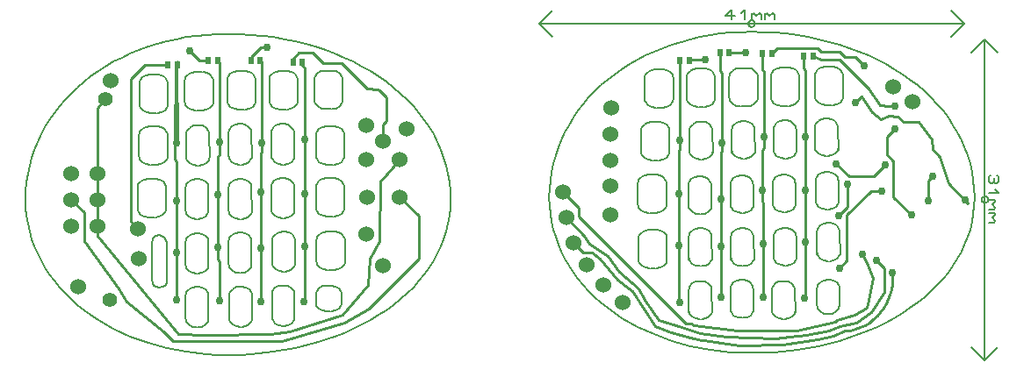
<source format=gbr>
G04 PROTEUS GERBER X2 FILE*
%TF.GenerationSoftware,Labcenter,Proteus,8.9-SP2-Build28501*%
%TF.CreationDate,2020-07-12T19:41:18+00:00*%
%TF.FileFunction,Copper,L2,Bot*%
%TF.FilePolarity,Positive*%
%TF.Part,Single*%
%TF.SameCoordinates,{dc61f2e1-3fbc-4622-b235-fc52ee95e5fb}*%
%FSLAX45Y45*%
%MOMM*%
G01*
%TA.AperFunction,Conductor*%
%ADD10C,0.254000*%
%TA.AperFunction,ViaPad*%
%ADD11C,0.762000*%
%TA.AperFunction,WasherPad*%
%ADD15C,1.397000*%
%TA.AperFunction,WasherPad*%
%ADD16C,1.524000*%
%TA.AperFunction,SMDPad,CuDef*%
%ADD70R,0.508000X0.762000*%
%TA.AperFunction,OtherPad,Unknown*%
%ADD17C,1.524000*%
%TA.AperFunction,Profile*%
%ADD18C,0.203200*%
%TA.AperFunction,NonMaterial*%
%ADD19C,0.203200*%
%TD.AperFunction*%
D10*
X-5856000Y-6000000D02*
X-5856000Y-5746000D01*
X-5856000Y-5746001D01*
X-5856001Y-5746000D01*
X-5856000Y-6000000D02*
X-5856000Y-6254000D01*
X-5856000Y-6253999D01*
X-5856000Y-5746000D02*
X-5856000Y-5110000D01*
X-5779000Y-5033000D01*
X-5095857Y-6511843D02*
X-5095857Y-6964143D01*
X-5095000Y-6965000D01*
X-5088560Y-5065136D02*
X-5088560Y-5453560D01*
X-5090000Y-5455000D01*
X-4693999Y-6460000D02*
X-4693999Y-6576348D01*
X-4677316Y-6593031D01*
X-4677316Y-6974657D01*
X-4680444Y-6977785D01*
X-4693999Y-5950000D02*
X-4693999Y-6460000D01*
X-4679116Y-5440000D02*
X-4679116Y-5567159D01*
X-4693999Y-5582042D01*
X-4693999Y-5950000D01*
X-4282819Y-6465000D02*
X-4282819Y-6568469D01*
X-4278124Y-6573164D01*
X-4278124Y-6986325D01*
X-4282819Y-5930000D02*
X-4282819Y-6465000D01*
X-4269062Y-5450000D02*
X-4269062Y-5540591D01*
X-4282819Y-5554348D01*
X-4282819Y-5930000D01*
X-3860000Y-6455000D02*
X-3860000Y-6976666D01*
X-3864964Y-6981630D01*
X-3860000Y-5945000D02*
X-3860000Y-6455000D01*
X-3860000Y-5420000D02*
X-3860000Y-5418193D01*
X-3860000Y-5420000D02*
X-3860000Y-5945000D01*
X-4695000Y-4660000D02*
X-4679116Y-4675884D01*
X-4679116Y-5440000D01*
X-3880000Y-4670000D02*
X-3880000Y-4708415D01*
X-3860000Y-4728415D01*
X-3860000Y-5418193D01*
X-4285000Y-4654000D02*
X-4270000Y-4669000D01*
X-4270000Y-4818100D01*
X-4269062Y-4819038D01*
X-4269062Y-5450000D01*
X-5088560Y-4685000D02*
X-5088560Y-4700000D01*
X-5086060Y-4702500D02*
X-5088560Y-4665000D01*
X-5086060Y-4702500D02*
X-5088560Y-4700000D01*
X-2940000Y-5975000D02*
X-2756504Y-6158496D01*
X-2756504Y-6570060D01*
X-3240537Y-7054093D01*
X-3480000Y-7190000D01*
X-4080975Y-7365000D01*
X-5130000Y-7365000D01*
X-5220000Y-7275000D01*
X-5575000Y-6985000D01*
X-5650000Y-6855000D01*
X-5985259Y-6399741D01*
X-5985259Y-6124741D01*
X-6110000Y-6000000D01*
X-3971440Y-4670000D02*
X-3971440Y-4636440D01*
X-3913304Y-4578304D01*
X-3783346Y-4578304D01*
X-3675841Y-4685809D01*
X-3499191Y-4685809D01*
X-3256397Y-4928603D01*
X-3155737Y-4938691D01*
X-3134339Y-4947280D01*
X-3068971Y-5012648D01*
X-3068971Y-5241434D01*
X-3100000Y-5272463D01*
X-3100000Y-5435000D01*
X-4376440Y-4654000D02*
X-4376440Y-4624985D01*
X-4281455Y-4530000D01*
X-4220000Y-4530000D01*
X-5095000Y-6015000D02*
X-5095000Y-6502476D01*
X-5104367Y-6511843D01*
X-5095857Y-6511843D01*
X-2945000Y-5610000D02*
X-3125000Y-5825000D01*
X-3137200Y-6402433D01*
X-3235000Y-6570000D01*
X-3250000Y-6825000D01*
X-3490000Y-7115000D01*
X-4005000Y-7275000D01*
X-4190000Y-7295000D01*
X-4815000Y-7310000D01*
X-5080000Y-7295000D01*
X-5856000Y-6347250D01*
X-5856000Y-6254000D01*
X-5180000Y-4700000D02*
X-5399175Y-4700000D01*
X-5537500Y-4838325D01*
X-5537500Y-6207500D01*
X-5462500Y-6282500D01*
X-4786440Y-4660000D02*
X-4875359Y-4660000D01*
X-4968508Y-4566851D01*
X-5097070Y-5065136D02*
X-5088560Y-5065136D01*
X-5095000Y-6015000D02*
X-5095000Y-5629554D01*
X-5107827Y-5616727D01*
X-5107827Y-5075893D01*
X-5097070Y-5065136D01*
X-5088560Y-5065136D02*
X-5090000Y-5063696D01*
X-5090000Y-4710000D01*
X-5090000Y-4706440D01*
X-5088560Y-4705000D01*
X-5086060Y-4702500D01*
X-5088560Y-4700000D02*
X-5088560Y-4705000D01*
X-5088560Y-4710000D01*
X-5088560Y-4700000D02*
X-5088560Y-4705000D01*
X-5088560Y-4710000D01*
X-5090000Y-4710000D01*
X-5105000Y-4710000D01*
X-5105000Y-5065136D01*
X-5097070Y-5065136D01*
X-250950Y-6440000D02*
X-250950Y-6441953D01*
X-250950Y-6987754D01*
X-242679Y-6996025D01*
X-250950Y-5940000D02*
X-250950Y-5942083D01*
X-250950Y-6440000D01*
X-240000Y-5425000D02*
X-240000Y-5426979D01*
X-240000Y-5513526D01*
X-250950Y-5524476D01*
X-250950Y-5940000D01*
X+156980Y-6450000D02*
X+156980Y-6943532D01*
X+156980Y-5995000D02*
X+156980Y-6450000D01*
X+143560Y-4580000D02*
X+143560Y-4754872D01*
X+160920Y-4772232D01*
X+160920Y-5450000D01*
X+160920Y-5534080D01*
X+156980Y-5538020D01*
X+156980Y-5995000D01*
X+563676Y-6425000D02*
X+563676Y-6936324D01*
X+560000Y-6940000D01*
X+555870Y-5910000D02*
X+555870Y-6023689D01*
X+563676Y-6031495D01*
X+563676Y-6425000D01*
X+557120Y-4589000D02*
X+557120Y-4746953D01*
X+570876Y-4760709D01*
X+570876Y-5395000D01*
X+570876Y-5502451D01*
X+555870Y-5517457D01*
X+555870Y-5910000D01*
X+970935Y-6405000D02*
X+970935Y-6937119D01*
X+959826Y-6948228D01*
X+970935Y-5910000D02*
X+970935Y-5911638D01*
X+970935Y-6405000D01*
X+970935Y-5395000D02*
X+970935Y-5393343D01*
X+953560Y-4615000D02*
X+953560Y-4736042D01*
X+970935Y-4753417D01*
X+970935Y-5393343D01*
X+970935Y-5395000D02*
X+970935Y-5910000D01*
X+1288892Y-6155000D02*
X+1375386Y-6068506D01*
X+1375386Y-5852093D01*
X-240000Y-4655000D02*
X-240000Y-5425000D01*
X+529Y-4648710D02*
X-131957Y-4648710D01*
X-139453Y-4641214D01*
X-148560Y-4655000D01*
X+388866Y-4578840D02*
X+236160Y-4578840D01*
X+235000Y-4580000D01*
X+1537712Y-4711568D02*
X+1449296Y-4623152D01*
X+1350680Y-4623152D01*
X+1296493Y-4568965D01*
X+1118965Y-4568965D01*
X+1087356Y-4537356D01*
X+700204Y-4537356D01*
X+648560Y-4589000D01*
X+1266313Y-5652210D02*
X+1391642Y-5777539D01*
X+1625590Y-5777539D01*
X+1742563Y-5660566D01*
X+1295000Y-6660000D02*
X+1370753Y-6584247D01*
X+1370753Y-6145170D01*
X+1600923Y-5915000D01*
X+1705000Y-5915000D01*
X+2156148Y-6011486D02*
X+2156148Y-5819315D01*
X+2197924Y-5777539D01*
X+1830293Y-5318000D02*
X+1755000Y-5393293D01*
X+1755000Y-5465000D01*
X+1755000Y-5565347D01*
X+1818742Y-5629089D01*
X+1818742Y-5974870D01*
X+1993220Y-6149348D01*
X+1995503Y-6149348D01*
X+1807005Y-6705785D02*
X+1807005Y-6759392D01*
X+1804425Y-6812485D01*
X+1796840Y-6863847D01*
X+1784485Y-6913244D01*
X+1767593Y-6960444D01*
X+1746398Y-7005211D01*
X+1721134Y-7047313D01*
X+1692035Y-7086514D01*
X+1659334Y-7122583D01*
X+1623266Y-7155283D01*
X+1584064Y-7184383D01*
X+1541962Y-7209647D01*
X+1497195Y-7230842D01*
X+1449995Y-7247734D01*
X+1400598Y-7260089D01*
X+1349236Y-7267674D01*
X+1240861Y-7314060D01*
X+1083665Y-7346858D01*
X+749402Y-7396845D01*
X+330000Y-7405000D01*
X-14144Y-7360151D01*
X-34396Y-7356577D01*
X-139834Y-7334378D01*
X-325000Y-7285000D01*
X-480573Y-7226051D01*
X-703041Y-6886907D01*
X-845000Y-6775000D01*
X-1010000Y-6570000D01*
X-1091555Y-6513231D01*
X-1176769Y-6513231D01*
X-1270000Y-6420000D01*
X+1655496Y-6589504D02*
X+1730035Y-6664043D01*
X+1730035Y-6886890D01*
X+1734562Y-6891418D01*
X+1601306Y-7087748D01*
X+1460000Y-7185000D01*
X+1300000Y-7220000D01*
X+1200269Y-7260934D01*
X+975000Y-7305000D01*
X+815000Y-7325000D01*
X+680102Y-7340870D01*
X+205431Y-7327246D01*
X-44181Y-7287159D01*
X-226198Y-7233803D01*
X-445000Y-7165000D01*
X-578836Y-6967133D01*
X-637602Y-6861447D01*
X-825000Y-6700000D01*
X-940000Y-6545000D01*
X-1110000Y-6430000D01*
X-1165000Y-6350000D01*
X-1335000Y-6170000D01*
X+1518785Y-6524556D02*
X+1565000Y-6615000D01*
X+1620000Y-6760000D01*
X+1580000Y-6970000D01*
X+1564278Y-7042280D01*
X+1446036Y-7111763D01*
X+1275000Y-7160000D01*
X+1253966Y-7183279D01*
X+885393Y-7262061D01*
X+710292Y-7268404D01*
X+314594Y-7265685D01*
X-110009Y-7212305D01*
X-129979Y-7192335D01*
X-184006Y-7192335D01*
X-1215098Y-6161243D01*
X-1215098Y-6079902D01*
X-1365000Y-5930000D01*
X+1452151Y-5061872D02*
X+1510854Y-5003169D01*
X+1610000Y-5160000D01*
X+1700000Y-5220000D01*
X+1770000Y-5190000D01*
X+1855000Y-5200000D01*
X+1920000Y-5245000D01*
X+2065000Y-5250000D01*
X+2185000Y-5415000D01*
X+2200000Y-5510000D01*
X+2260000Y-5590000D01*
X+2345266Y-5840807D01*
X+2537174Y-6032715D01*
X+2537174Y-6024974D01*
X+2512922Y-6000722D01*
X+1835000Y-5100000D02*
X+1770000Y-5100000D01*
X+1690000Y-5090000D01*
X+1582181Y-4930000D01*
X+1297181Y-4645000D01*
X+1121200Y-4645000D01*
X+1045000Y-4615000D01*
D11*
X-5095000Y-6015000D03*
X-5095857Y-6511843D03*
X-5095000Y-6965000D03*
X-5090000Y-5455000D03*
X-4680444Y-6977785D03*
X-4693999Y-6460000D03*
X-4693999Y-5950000D03*
X-4679116Y-5440000D03*
X-4278124Y-6986325D03*
X-4282819Y-6465000D03*
X-4282819Y-5930000D03*
X-3864964Y-6981630D03*
X-3860000Y-6455000D03*
X-3860000Y-5945000D03*
X-3860000Y-5418193D03*
X-4269062Y-5450000D03*
X-4220000Y-4530000D03*
X-4968508Y-4566851D03*
X-242679Y-6996025D03*
X-250950Y-6441953D03*
X-250950Y-5942083D03*
X-240000Y-5426979D03*
X+156980Y-6943532D03*
X+156980Y-6450000D03*
X+156980Y-5995000D03*
X+160920Y-5450000D03*
X+560000Y-6940000D03*
X+563676Y-6425000D03*
X+555870Y-5910000D03*
X+570876Y-5395000D03*
X+959826Y-6948228D03*
X+970935Y-6405000D03*
X+970935Y-5911638D03*
X+970935Y-5393343D03*
X+1288892Y-6155000D03*
X+1375386Y-5852093D03*
X+529Y-4648710D03*
X+388866Y-4578840D03*
X+1537712Y-4711568D03*
X+1266313Y-5652210D03*
X+1742563Y-5660566D03*
X+1295000Y-6660000D03*
X+1705000Y-5915000D03*
X+2156148Y-6011486D03*
X+2197924Y-5777539D03*
X+1830293Y-5318000D03*
X+1995503Y-6149348D03*
X+1807005Y-6705785D03*
X+1655496Y-6589504D03*
X+1518785Y-6524556D03*
X+1452151Y-5061872D03*
X+2512922Y-6000722D03*
X+1835000Y-5100000D03*
D15*
X-5735000Y-6970000D03*
X-5779000Y-5033000D03*
D16*
X-6110000Y-6254000D03*
X-5856000Y-6254000D03*
X-6110000Y-6000000D03*
X-5856000Y-6000000D03*
X-6110000Y-5746000D03*
X-5856000Y-5746000D03*
D70*
X-240000Y-4655000D03*
X-148560Y-4655000D03*
X+143560Y-4580000D03*
X+235000Y-4580000D03*
X+557120Y-4589000D03*
X+648560Y-4589000D03*
X+953560Y-4615000D03*
X+1045000Y-4615000D03*
X-5088560Y-4700000D03*
X-5180000Y-4700000D03*
X-4695000Y-4660000D03*
X-4786440Y-4660000D03*
X-4285000Y-4654000D03*
X-4376440Y-4654000D03*
X-3880000Y-4670000D03*
X-3971440Y-4670000D03*
D17*
X-3265000Y-5280000D03*
X-3265000Y-5615000D03*
X-3260000Y-5980000D03*
X-3265000Y-6335000D03*
X-5725000Y-4850000D03*
X-3105000Y-6640000D03*
X-2940000Y-5975000D03*
X-2945000Y-5610000D03*
X-6045000Y-6840000D03*
X+1815000Y-4910000D03*
X-910000Y-5365000D03*
X-910000Y-6150000D03*
X-1270000Y-6420000D03*
X-900000Y-5110000D03*
X-1365000Y-5930000D03*
X-1335000Y-6170000D03*
X-910000Y-5625000D03*
X-1140000Y-6630000D03*
X-2875000Y-5315000D03*
X-5462500Y-6282500D03*
X-3100000Y-5435000D03*
X-5455000Y-6570000D03*
X-790000Y-6990000D03*
X-910000Y-5870000D03*
X-980000Y-6820000D03*
X+2005000Y-5055000D03*
D18*
X-6550000Y-6000000D02*
X-6547519Y-5916226D01*
X-6540151Y-5833716D01*
X-6528008Y-5752560D01*
X-6511200Y-5672852D01*
X-6489840Y-5594681D01*
X-6464039Y-5518140D01*
X-6433909Y-5443320D01*
X-6399561Y-5370312D01*
X-6361107Y-5299210D01*
X-6318658Y-5230103D01*
X-6272326Y-5163083D01*
X-6222223Y-5098242D01*
X-6168460Y-5035672D01*
X-6111149Y-4975464D01*
X-6050401Y-4917709D01*
X-5986328Y-4862500D01*
X-5919042Y-4809927D01*
X-5848653Y-4760083D01*
X-5775275Y-4713058D01*
X-5699017Y-4668945D01*
X-5619993Y-4627835D01*
X-5538313Y-4589819D01*
X-5454089Y-4554990D01*
X-5367432Y-4523438D01*
X-5278454Y-4495255D01*
X-5187267Y-4470532D01*
X-5093983Y-4449362D01*
X-4998712Y-4431836D01*
X-4901567Y-4418045D01*
X-4802659Y-4408081D01*
X-4702099Y-4402036D01*
X-4600000Y-4400000D01*
X-4487429Y-4402036D01*
X-4376556Y-4408081D01*
X-4267503Y-4418045D01*
X-4160394Y-4431836D01*
X-4055352Y-4449362D01*
X-3952500Y-4470532D01*
X-3851961Y-4495255D01*
X-3753857Y-4523438D01*
X-3658313Y-4554990D01*
X-3565450Y-4589819D01*
X-3475393Y-4627835D01*
X-3388263Y-4668945D01*
X-3304184Y-4713058D01*
X-3223279Y-4760083D01*
X-3145672Y-4809927D01*
X-3071484Y-4862500D01*
X-3000840Y-4917709D01*
X-2933861Y-4975464D01*
X-2870672Y-5035672D01*
X-2811395Y-5098242D01*
X-2756153Y-5163083D01*
X-2705070Y-5230103D01*
X-2658267Y-5299210D01*
X-2615869Y-5370312D01*
X-2577998Y-5443320D01*
X-2544778Y-5518140D01*
X-2516331Y-5594681D01*
X-2492780Y-5672852D01*
X-2474248Y-5752560D01*
X-2460859Y-5833716D01*
X-2452735Y-5916226D01*
X-2450000Y-6000000D01*
X-2452735Y-6078538D01*
X-2460859Y-6155891D01*
X-2474248Y-6231975D01*
X-2492780Y-6306702D01*
X-2516331Y-6379987D01*
X-2544778Y-6451744D01*
X-2577998Y-6521888D01*
X-2615869Y-6590332D01*
X-2658267Y-6656991D01*
X-2705070Y-6721779D01*
X-2756153Y-6784610D01*
X-2811395Y-6845398D01*
X-2870672Y-6904058D01*
X-2933861Y-6960503D01*
X-3000840Y-7014647D01*
X-3071484Y-7066406D01*
X-3145672Y-7115693D01*
X-3223279Y-7162422D01*
X-3304184Y-7206508D01*
X-3388263Y-7247864D01*
X-3475393Y-7286405D01*
X-3565450Y-7322044D01*
X-3753857Y-7384277D01*
X-3952500Y-7433876D01*
X-4160394Y-7470154D01*
X-4376556Y-7492424D01*
X-4487429Y-7498092D01*
X-4600000Y-7500000D01*
X-4702099Y-7498092D01*
X-4802659Y-7492424D01*
X-4998712Y-7470154D01*
X-5187267Y-7433876D01*
X-5367432Y-7384277D01*
X-5538313Y-7322044D01*
X-5699017Y-7247864D01*
X-5848653Y-7162422D01*
X-5919042Y-7115693D01*
X-5986328Y-7066406D01*
X-6050401Y-7014647D01*
X-6111149Y-6960503D01*
X-6168460Y-6904058D01*
X-6222223Y-6845398D01*
X-6272326Y-6784610D01*
X-6318658Y-6721779D01*
X-6361107Y-6656991D01*
X-6399561Y-6590332D01*
X-6433909Y-6521888D01*
X-6464039Y-6451744D01*
X-6489840Y-6379987D01*
X-6511200Y-6306702D01*
X-6528008Y-6231975D01*
X-6540151Y-6155891D01*
X-6547519Y-6078538D01*
X-6550000Y-6000000D01*
D19*
X+2700000Y-4450000D02*
X+2700000Y-7550000D01*
X+2700000Y-4450000D02*
X+2573000Y-4577000D01*
X+2700000Y-4450000D02*
X+2827000Y-4577000D01*
X+2700000Y-7550000D02*
X+2827000Y-7423000D01*
X+2700000Y-7550000D02*
X+2573000Y-7423000D01*
X+2731750Y-6000000D02*
X+2731641Y-5997366D01*
X+2730751Y-5992097D01*
X+2728889Y-5986828D01*
X+2725846Y-5981559D01*
X+2721191Y-5976357D01*
X+2715922Y-5972531D01*
X+2710653Y-5970091D01*
X+2705384Y-5968710D01*
X+2700115Y-5968250D01*
X+2700000Y-5968250D01*
X+2668250Y-6000000D02*
X+2668359Y-5997366D01*
X+2669249Y-5992097D01*
X+2671111Y-5986828D01*
X+2674154Y-5981559D01*
X+2678809Y-5976357D01*
X+2684078Y-5972531D01*
X+2689347Y-5970091D01*
X+2694616Y-5968710D01*
X+2699885Y-5968250D01*
X+2700000Y-5968250D01*
X+2668250Y-6000000D02*
X+2668359Y-6002634D01*
X+2669249Y-6007903D01*
X+2671111Y-6013172D01*
X+2674154Y-6018441D01*
X+2678809Y-6023643D01*
X+2684078Y-6027469D01*
X+2689347Y-6029909D01*
X+2694616Y-6031290D01*
X+2699885Y-6031750D01*
X+2700000Y-6031750D01*
X+2731750Y-6000000D02*
X+2731641Y-6002634D01*
X+2730751Y-6007903D01*
X+2728889Y-6013172D01*
X+2725846Y-6018441D01*
X+2721191Y-6023643D01*
X+2715922Y-6027469D01*
X+2710653Y-6029909D01*
X+2705384Y-6031290D01*
X+2700115Y-6031750D01*
X+2700000Y-6031750D01*
X+2816840Y-5761875D02*
X+2832080Y-5777750D01*
X+2832080Y-5825375D01*
X+2816840Y-5841250D01*
X+2801600Y-5841250D01*
X+2786360Y-5825375D01*
X+2771120Y-5841250D01*
X+2755880Y-5841250D01*
X+2740640Y-5825375D01*
X+2740640Y-5777750D01*
X+2755880Y-5761875D01*
X+2786360Y-5793625D02*
X+2786360Y-5825375D01*
X+2801600Y-5904750D02*
X+2832080Y-5936500D01*
X+2740640Y-5936500D01*
X+2740640Y-6000000D02*
X+2801600Y-6000000D01*
X+2786360Y-6000000D02*
X+2801600Y-6015875D01*
X+2771120Y-6047625D01*
X+2801600Y-6079375D01*
X+2786360Y-6095250D01*
X+2740640Y-6095250D01*
X+2740640Y-6127000D02*
X+2801600Y-6127000D01*
X+2786360Y-6127000D02*
X+2801600Y-6142875D01*
X+2771120Y-6174625D01*
X+2801600Y-6206375D01*
X+2786360Y-6222250D01*
X+2740640Y-6222250D01*
X-1600000Y-4300000D02*
X+2500000Y-4300000D01*
X-1600000Y-4300000D02*
X-1473000Y-4427000D01*
X-1600000Y-4300000D02*
X-1473000Y-4173000D01*
X+2500000Y-4300000D02*
X+2373000Y-4173000D01*
X+2500000Y-4300000D02*
X+2373000Y-4427000D01*
X+481750Y-4300000D02*
X+481641Y-4297366D01*
X+480751Y-4292097D01*
X+478889Y-4286828D01*
X+475846Y-4281559D01*
X+471191Y-4276357D01*
X+465922Y-4272531D01*
X+460653Y-4270091D01*
X+455384Y-4268710D01*
X+450115Y-4268250D01*
X+450000Y-4268250D01*
X+418250Y-4300000D02*
X+418359Y-4297366D01*
X+419249Y-4292097D01*
X+421111Y-4286828D01*
X+424154Y-4281559D01*
X+428809Y-4276357D01*
X+434078Y-4272531D01*
X+439347Y-4270091D01*
X+444616Y-4268710D01*
X+449885Y-4268250D01*
X+450000Y-4268250D01*
X+418250Y-4300000D02*
X+418359Y-4302634D01*
X+419249Y-4307903D01*
X+421111Y-4313172D01*
X+424154Y-4318441D01*
X+428809Y-4323643D01*
X+434078Y-4327469D01*
X+439347Y-4329909D01*
X+444616Y-4331290D01*
X+449885Y-4331750D01*
X+450000Y-4331750D01*
X+481750Y-4300000D02*
X+481641Y-4302634D01*
X+480751Y-4307903D01*
X+478889Y-4313172D01*
X+475846Y-4318441D01*
X+471191Y-4323643D01*
X+465922Y-4327469D01*
X+460653Y-4329909D01*
X+455384Y-4331290D01*
X+450115Y-4331750D01*
X+450000Y-4331750D01*
X+291250Y-4228880D02*
X+196000Y-4228880D01*
X+259500Y-4167920D01*
X+259500Y-4259360D01*
X+354750Y-4198400D02*
X+386500Y-4167920D01*
X+386500Y-4259360D01*
X+450000Y-4259360D02*
X+450000Y-4198400D01*
X+450000Y-4213640D02*
X+465875Y-4198400D01*
X+497625Y-4228880D01*
X+529375Y-4198400D01*
X+545250Y-4213640D01*
X+545250Y-4259360D01*
X+577000Y-4259360D02*
X+577000Y-4198400D01*
X+577000Y-4213640D02*
X+592875Y-4198400D01*
X+624625Y-4228880D01*
X+656375Y-4198400D01*
X+672250Y-4213640D01*
X+672250Y-4259360D01*
D18*
X-4430000Y-4760000D02*
X-4390644Y-4766943D01*
X-4358906Y-4786016D01*
X-4337715Y-4814580D01*
X-4331990Y-4831598D01*
X-4330000Y-4850000D01*
X-4435000Y-5130000D02*
X-4393676Y-5123442D01*
X-4360351Y-5105430D01*
X-4338100Y-5078452D01*
X-4332089Y-5062380D01*
X-4330000Y-5045000D01*
X-4495000Y-5130000D02*
X-4538291Y-5123442D01*
X-4573203Y-5105430D01*
X-4596514Y-5078452D01*
X-4602811Y-5062380D01*
X-4605000Y-5045000D01*
X-4500000Y-4760000D02*
X-4541323Y-4766558D01*
X-4574648Y-4784570D01*
X-4596899Y-4811548D01*
X-4602911Y-4827620D01*
X-4605000Y-4845000D01*
X-4605000Y-5045000D02*
X-4605000Y-4845000D01*
X-4435000Y-4760000D02*
X-4510000Y-4760000D01*
X-4440000Y-5130000D02*
X-4490000Y-5130000D01*
X-4330000Y-4845000D02*
X-4330000Y-5045000D01*
X-4025000Y-4760000D02*
X-3985644Y-4766943D01*
X-3953906Y-4786016D01*
X-3932715Y-4814580D01*
X-3926990Y-4831598D01*
X-3925000Y-4850000D01*
X-4030000Y-5130000D02*
X-3988676Y-5123442D01*
X-3955351Y-5105430D01*
X-3933100Y-5078452D01*
X-3927089Y-5062380D01*
X-3925000Y-5045000D01*
X-4090000Y-5130000D02*
X-4133291Y-5123442D01*
X-4168203Y-5105430D01*
X-4191514Y-5078452D01*
X-4197811Y-5062380D01*
X-4200000Y-5045000D01*
X-4095000Y-4760000D02*
X-4136323Y-4766558D01*
X-4169648Y-4784570D01*
X-4191899Y-4811548D01*
X-4197911Y-4827620D01*
X-4200000Y-4845000D01*
X-4200000Y-5045000D02*
X-4200000Y-4845000D01*
X-4030000Y-4760000D02*
X-4105000Y-4760000D01*
X-4035000Y-5130000D02*
X-4085000Y-5130000D01*
X-3925000Y-4845000D02*
X-3925000Y-5045000D01*
X-4840000Y-4770000D02*
X-4800644Y-4776943D01*
X-4768906Y-4796016D01*
X-4747715Y-4824580D01*
X-4741990Y-4841598D01*
X-4740000Y-4860000D01*
X-4845000Y-5140000D02*
X-4803676Y-5133442D01*
X-4770351Y-5115430D01*
X-4748100Y-5088452D01*
X-4742089Y-5072380D01*
X-4740000Y-5055000D01*
X-4905000Y-5140000D02*
X-4948291Y-5133442D01*
X-4983203Y-5115430D01*
X-5006514Y-5088452D01*
X-5012811Y-5072380D01*
X-5015000Y-5055000D01*
X-4910000Y-4770000D02*
X-4951323Y-4776558D01*
X-4984648Y-4794570D01*
X-5006899Y-4821548D01*
X-5012911Y-4837620D01*
X-5015000Y-4855000D01*
X-5015000Y-5055000D02*
X-5015000Y-4855000D01*
X-4845000Y-4770000D02*
X-4920000Y-4770000D01*
X-4850000Y-5140000D02*
X-4900000Y-5140000D01*
X-4740000Y-4855000D02*
X-4740000Y-5055000D01*
X-3590000Y-4755000D02*
X-3550644Y-4761943D01*
X-3518906Y-4781016D01*
X-3497715Y-4809580D01*
X-3491990Y-4826598D01*
X-3490000Y-4845000D01*
X-3595000Y-5125000D02*
X-3553676Y-5118442D01*
X-3520351Y-5100430D01*
X-3498100Y-5073452D01*
X-3492089Y-5057380D01*
X-3490000Y-5040000D01*
X-3655000Y-5125000D02*
X-3698291Y-5118442D01*
X-3733203Y-5100430D01*
X-3756514Y-5073452D01*
X-3762811Y-5057380D01*
X-3765000Y-5040000D01*
X-3660000Y-4755000D02*
X-3701323Y-4761558D01*
X-3734648Y-4779570D01*
X-3756899Y-4806548D01*
X-3762911Y-4822620D01*
X-3765000Y-4840000D01*
X-3765000Y-5040000D02*
X-3765000Y-4840000D01*
X-3590000Y-4755000D02*
X-3665000Y-4755000D01*
X-3600000Y-5125000D02*
X-3650000Y-5125000D01*
X-3490000Y-4840000D02*
X-3490000Y-5040000D01*
X+810000Y-4725000D02*
X+849356Y-4731943D01*
X+881094Y-4751016D01*
X+902285Y-4779580D01*
X+908010Y-4796598D01*
X+910000Y-4815000D01*
X+805000Y-5095000D02*
X+846324Y-5088442D01*
X+879649Y-5070430D01*
X+901900Y-5043452D01*
X+907911Y-5027380D01*
X+910000Y-5010000D01*
X+745000Y-5095000D02*
X+701709Y-5088442D01*
X+666797Y-5070430D01*
X+643486Y-5043452D01*
X+637189Y-5027380D01*
X+635000Y-5010000D01*
X+740000Y-4725000D02*
X+698677Y-4731558D01*
X+665352Y-4749570D01*
X+643101Y-4776548D01*
X+637089Y-4792620D01*
X+635000Y-4810000D01*
X+635000Y-5010000D02*
X+635000Y-4810000D01*
X+810000Y-4725000D02*
X+735000Y-4725000D01*
X+800000Y-5095000D02*
X+750000Y-5095000D01*
X+910000Y-4810000D02*
X+910000Y-5010000D01*
X+410000Y-4730000D02*
X+449356Y-4736943D01*
X+481094Y-4756016D01*
X+502285Y-4784580D01*
X+508010Y-4801598D01*
X+510000Y-4820000D01*
X+405000Y-5100000D02*
X+446324Y-5093442D01*
X+479649Y-5075430D01*
X+501900Y-5048452D01*
X+507911Y-5032380D01*
X+510000Y-5015000D01*
X+345000Y-5100000D02*
X+301709Y-5093442D01*
X+266797Y-5075430D01*
X+243486Y-5048452D01*
X+237189Y-5032380D01*
X+235000Y-5015000D01*
X+340000Y-4730000D02*
X+298677Y-4736558D01*
X+265352Y-4754570D01*
X+243101Y-4781548D01*
X+237089Y-4797620D01*
X+235000Y-4815000D01*
X+235000Y-5015000D02*
X+235000Y-4815000D01*
X+410000Y-4730000D02*
X+335000Y-4730000D01*
X+400000Y-5100000D02*
X+350000Y-5100000D01*
X+510000Y-4815000D02*
X+510000Y-5015000D01*
X+1235000Y-4720000D02*
X+1274356Y-4726943D01*
X+1306094Y-4746016D01*
X+1327285Y-4774580D01*
X+1333010Y-4791598D01*
X+1335000Y-4810000D01*
X+1230000Y-5090000D02*
X+1271324Y-5083442D01*
X+1304649Y-5065430D01*
X+1326900Y-5038452D01*
X+1332911Y-5022380D01*
X+1335000Y-5005000D01*
X+1170000Y-5090000D02*
X+1126709Y-5083442D01*
X+1091797Y-5065430D01*
X+1068486Y-5038452D01*
X+1062189Y-5022380D01*
X+1060000Y-5005000D01*
X+1165000Y-4720000D02*
X+1123677Y-4726558D01*
X+1090352Y-4744570D01*
X+1068101Y-4771548D01*
X+1062089Y-4787620D01*
X+1060000Y-4805000D01*
X+1060000Y-5005000D02*
X+1060000Y-4805000D01*
X+1235000Y-4720000D02*
X+1160000Y-4720000D01*
X+1225000Y-5090000D02*
X+1175000Y-5090000D01*
X+1335000Y-4805000D02*
X+1335000Y-5005000D01*
X+0Y-4735000D02*
X+39356Y-4741943D01*
X+71094Y-4761016D01*
X+92285Y-4789580D01*
X+98010Y-4806598D01*
X+100000Y-4825000D01*
X-5000Y-5105000D02*
X+36324Y-5098442D01*
X+69649Y-5080430D01*
X+91900Y-5053452D01*
X+97911Y-5037380D01*
X+100000Y-5020000D01*
X-65000Y-5105000D02*
X-108291Y-5098442D01*
X-143203Y-5080430D01*
X-166514Y-5053452D01*
X-172811Y-5037380D01*
X-175000Y-5020000D01*
X-70000Y-4735000D02*
X-111323Y-4741558D01*
X-144648Y-4759570D01*
X-166899Y-4786548D01*
X-172911Y-4802620D01*
X-175000Y-4820000D01*
X-175000Y-5020000D02*
X-175000Y-4820000D01*
X+0Y-4735000D02*
X-75000Y-4735000D01*
X-10000Y-5105000D02*
X-60000Y-5105000D01*
X+100000Y-4820000D02*
X+100000Y-5020000D01*
X-405000Y-4740000D02*
X-365644Y-4746943D01*
X-333906Y-4766016D01*
X-312715Y-4794580D01*
X-306990Y-4811598D01*
X-305000Y-4830000D01*
X-410000Y-5110000D02*
X-368676Y-5103442D01*
X-335351Y-5085430D01*
X-313100Y-5058452D01*
X-307089Y-5042380D01*
X-305000Y-5025000D01*
X-470000Y-5110000D02*
X-513291Y-5103442D01*
X-548203Y-5085430D01*
X-571514Y-5058452D01*
X-577811Y-5042380D01*
X-580000Y-5025000D01*
X-475000Y-4740000D02*
X-516323Y-4746558D01*
X-549648Y-4764570D01*
X-571899Y-4791548D01*
X-577911Y-4807620D01*
X-580000Y-4825000D01*
X-580000Y-5025000D02*
X-580000Y-4825000D01*
X-405000Y-4740000D02*
X-480000Y-4740000D01*
X-415000Y-5110000D02*
X-465000Y-5110000D01*
X-305000Y-4825000D02*
X-305000Y-5025000D01*
X-1500000Y-5980000D02*
X-1497519Y-5896226D01*
X-1490151Y-5813716D01*
X-1478008Y-5732560D01*
X-1461200Y-5652852D01*
X-1439840Y-5574681D01*
X-1414039Y-5498140D01*
X-1383909Y-5423320D01*
X-1349561Y-5350312D01*
X-1311107Y-5279210D01*
X-1268658Y-5210103D01*
X-1222326Y-5143083D01*
X-1172223Y-5078242D01*
X-1118460Y-5015672D01*
X-1061149Y-4955464D01*
X-1000401Y-4897709D01*
X-936328Y-4842500D01*
X-869042Y-4789927D01*
X-798653Y-4740083D01*
X-725275Y-4693058D01*
X-649017Y-4648945D01*
X-569993Y-4607835D01*
X-488313Y-4569819D01*
X-404089Y-4534990D01*
X-317432Y-4503438D01*
X-228454Y-4475255D01*
X-137267Y-4450532D01*
X-43983Y-4429362D01*
X+51288Y-4411836D01*
X+148433Y-4398045D01*
X+247341Y-4388081D01*
X+347901Y-4382036D01*
X+450000Y-4380000D01*
X+562571Y-4382036D01*
X+673444Y-4388081D01*
X+782497Y-4398045D01*
X+889606Y-4411836D01*
X+994648Y-4429362D01*
X+1097500Y-4450532D01*
X+1198039Y-4475255D01*
X+1296143Y-4503438D01*
X+1391687Y-4534990D01*
X+1484550Y-4569819D01*
X+1574607Y-4607835D01*
X+1661737Y-4648945D01*
X+1745816Y-4693058D01*
X+1826721Y-4740083D01*
X+1904328Y-4789927D01*
X+1978516Y-4842500D01*
X+2049160Y-4897709D01*
X+2116139Y-4955464D01*
X+2179328Y-5015672D01*
X+2238605Y-5078242D01*
X+2293847Y-5143083D01*
X+2344930Y-5210103D01*
X+2391733Y-5279210D01*
X+2434131Y-5350312D01*
X+2472002Y-5423320D01*
X+2505222Y-5498140D01*
X+2533669Y-5574681D01*
X+2557220Y-5652852D01*
X+2575752Y-5732560D01*
X+2589141Y-5813716D01*
X+2597265Y-5896226D01*
X+2600000Y-5980000D01*
X+2597265Y-6058538D01*
X+2589141Y-6135891D01*
X+2575752Y-6211975D01*
X+2557220Y-6286702D01*
X+2533669Y-6359987D01*
X+2505222Y-6431744D01*
X+2472002Y-6501888D01*
X+2434131Y-6570332D01*
X+2391733Y-6636991D01*
X+2344930Y-6701779D01*
X+2293847Y-6764610D01*
X+2238605Y-6825398D01*
X+2179328Y-6884058D01*
X+2116139Y-6940503D01*
X+2049160Y-6994647D01*
X+1978516Y-7046406D01*
X+1904328Y-7095693D01*
X+1826721Y-7142422D01*
X+1745816Y-7186508D01*
X+1661737Y-7227864D01*
X+1574607Y-7266405D01*
X+1484550Y-7302044D01*
X+1296143Y-7364277D01*
X+1097500Y-7413876D01*
X+889606Y-7450154D01*
X+673444Y-7472424D01*
X+562571Y-7478092D01*
X+450000Y-7480000D01*
X+347901Y-7478092D01*
X+247341Y-7472424D01*
X+51288Y-7450154D01*
X-137267Y-7413876D01*
X-317432Y-7364277D01*
X-488313Y-7302044D01*
X-649017Y-7227864D01*
X-798653Y-7142422D01*
X-869042Y-7095693D01*
X-936328Y-7046406D01*
X-1000401Y-6994647D01*
X-1061149Y-6940503D01*
X-1118460Y-6884058D01*
X-1172223Y-6825398D01*
X-1222326Y-6764610D01*
X-1268658Y-6701779D01*
X-1311107Y-6636991D01*
X-1349561Y-6570332D01*
X-1383909Y-6501888D01*
X-1414039Y-6431744D01*
X-1439840Y-6359987D01*
X-1461200Y-6286702D01*
X-1478008Y-6211975D01*
X-1490151Y-6135891D01*
X-1497519Y-6058538D01*
X-1500000Y-5980000D01*
X-4880000Y-5280000D02*
X-4840644Y-5286943D01*
X-4808906Y-5306016D01*
X-4787715Y-5334580D01*
X-4781990Y-5351598D01*
X-4780000Y-5370000D01*
X-4880000Y-5670000D02*
X-4838676Y-5663442D01*
X-4805351Y-5645430D01*
X-4783100Y-5618452D01*
X-4777089Y-5602380D01*
X-4775000Y-5585000D01*
X-4890000Y-5670000D02*
X-4933291Y-5663442D01*
X-4968203Y-5645430D01*
X-4991514Y-5618452D01*
X-4997811Y-5602380D01*
X-5000000Y-5585000D01*
X-4895000Y-5280000D02*
X-4936323Y-5286558D01*
X-4969648Y-5304570D01*
X-4991899Y-5331548D01*
X-4997911Y-5347620D01*
X-5000000Y-5365000D01*
X-5000000Y-5370000D02*
X-5000000Y-5585000D01*
X-4775000Y-5585000D02*
X-4780000Y-5375000D01*
X-4895000Y-5280000D02*
X-4880000Y-5280000D01*
X-4470000Y-5270000D02*
X-4430644Y-5276943D01*
X-4398906Y-5296016D01*
X-4377715Y-5324580D01*
X-4371990Y-5341598D01*
X-4370000Y-5360000D01*
X-4470000Y-5660000D02*
X-4428676Y-5653442D01*
X-4395351Y-5635430D01*
X-4373100Y-5608452D01*
X-4367089Y-5592380D01*
X-4365000Y-5575000D01*
X-4480000Y-5660000D02*
X-4523291Y-5653442D01*
X-4558203Y-5635430D01*
X-4581514Y-5608452D01*
X-4587811Y-5592380D01*
X-4590000Y-5575000D01*
X-4485000Y-5270000D02*
X-4526323Y-5276558D01*
X-4559648Y-5294570D01*
X-4581899Y-5321548D01*
X-4587911Y-5337620D01*
X-4590000Y-5355000D01*
X-4590000Y-5360000D02*
X-4590000Y-5575000D01*
X-4365000Y-5575000D02*
X-4370000Y-5365000D01*
X-4485000Y-5270000D02*
X-4470000Y-5270000D01*
X-4060000Y-5270000D02*
X-4020644Y-5276943D01*
X-3988906Y-5296016D01*
X-3967715Y-5324580D01*
X-3961990Y-5341598D01*
X-3960000Y-5360000D01*
X-4060000Y-5660000D02*
X-4018676Y-5653442D01*
X-3985351Y-5635430D01*
X-3963100Y-5608452D01*
X-3957089Y-5592380D01*
X-3955000Y-5575000D01*
X-4070000Y-5660000D02*
X-4113291Y-5653442D01*
X-4148203Y-5635430D01*
X-4171514Y-5608452D01*
X-4177811Y-5592380D01*
X-4180000Y-5575000D01*
X-4075000Y-5270000D02*
X-4116323Y-5276558D01*
X-4149648Y-5294570D01*
X-4171899Y-5321548D01*
X-4177911Y-5337620D01*
X-4180000Y-5355000D01*
X-4180000Y-5360000D02*
X-4180000Y-5575000D01*
X-3955000Y-5575000D02*
X-3960000Y-5365000D01*
X-4075000Y-5270000D02*
X-4060000Y-5270000D01*
X-4885000Y-5800000D02*
X-4845644Y-5806943D01*
X-4813906Y-5826016D01*
X-4792715Y-5854580D01*
X-4786990Y-5871598D01*
X-4785000Y-5890000D01*
X-4890000Y-6190000D02*
X-4848676Y-6183442D01*
X-4815351Y-6165430D01*
X-4793100Y-6138452D01*
X-4787089Y-6122380D01*
X-4785000Y-6105000D01*
X-4895000Y-6190000D02*
X-4938291Y-6183442D01*
X-4973203Y-6165430D01*
X-4996514Y-6138452D01*
X-5002811Y-6122380D01*
X-5005000Y-6105000D01*
X-4900000Y-5800000D02*
X-4941323Y-5806558D01*
X-4974648Y-5824570D01*
X-4996899Y-5851548D01*
X-5002911Y-5867620D01*
X-5005000Y-5885000D01*
X-5005000Y-5890000D02*
X-5005000Y-6105000D01*
X-4785000Y-6105000D02*
X-4785000Y-5895000D01*
X-4900000Y-5800000D02*
X-4885000Y-5800000D01*
X-4470000Y-5800000D02*
X-4430644Y-5806943D01*
X-4398906Y-5826016D01*
X-4377715Y-5854580D01*
X-4371990Y-5871598D01*
X-4370000Y-5890000D01*
X-4470000Y-6190000D02*
X-4428676Y-6183442D01*
X-4395351Y-6165430D01*
X-4373100Y-6138452D01*
X-4367089Y-6122380D01*
X-4365000Y-6105000D01*
X-4480000Y-6190000D02*
X-4523291Y-6183442D01*
X-4558203Y-6165430D01*
X-4581514Y-6138452D01*
X-4587811Y-6122380D01*
X-4590000Y-6105000D01*
X-4485000Y-5800000D02*
X-4526323Y-5806558D01*
X-4559648Y-5824570D01*
X-4581899Y-5851548D01*
X-4587911Y-5867620D01*
X-4590000Y-5885000D01*
X-4590000Y-5890000D02*
X-4590000Y-6105000D01*
X-4365000Y-6105000D02*
X-4370000Y-5895000D01*
X-4485000Y-5800000D02*
X-4470000Y-5800000D01*
X-4060000Y-5790000D02*
X-4020644Y-5796943D01*
X-3988906Y-5816016D01*
X-3967715Y-5844580D01*
X-3961990Y-5861598D01*
X-3960000Y-5880000D01*
X-4060000Y-6180000D02*
X-4018676Y-6173442D01*
X-3985351Y-6155430D01*
X-3963100Y-6128452D01*
X-3957089Y-6112380D01*
X-3955000Y-6095000D01*
X-4070000Y-6180000D02*
X-4113291Y-6173442D01*
X-4148203Y-6155430D01*
X-4171514Y-6128452D01*
X-4177811Y-6112380D01*
X-4180000Y-6095000D01*
X-4075000Y-5790000D02*
X-4116323Y-5796558D01*
X-4149648Y-5814570D01*
X-4171899Y-5841548D01*
X-4177911Y-5857620D01*
X-4180000Y-5875000D01*
X-4180000Y-5880000D02*
X-4180000Y-6095000D01*
X-3955000Y-6095000D02*
X-3960000Y-5885000D01*
X-4075000Y-5790000D02*
X-4060000Y-5790000D01*
X-4884782Y-6323362D02*
X-4845426Y-6330305D01*
X-4813688Y-6349378D01*
X-4792497Y-6377942D01*
X-4786772Y-6394960D01*
X-4784782Y-6413362D01*
X-4889782Y-6713362D02*
X-4848458Y-6706804D01*
X-4815133Y-6688792D01*
X-4792882Y-6661814D01*
X-4786871Y-6645742D01*
X-4784782Y-6628362D01*
X-4894782Y-6713362D02*
X-4938073Y-6706804D01*
X-4972985Y-6688792D01*
X-4996296Y-6661814D01*
X-5002593Y-6645742D01*
X-5004782Y-6628362D01*
X-4899782Y-6323362D02*
X-4941105Y-6329920D01*
X-4974430Y-6347932D01*
X-4996681Y-6374910D01*
X-5002693Y-6390982D01*
X-5004782Y-6408362D01*
X-5004782Y-6413362D02*
X-5004782Y-6628362D01*
X-4784782Y-6628362D02*
X-4784782Y-6418362D01*
X-4899782Y-6323362D02*
X-4884782Y-6323362D01*
X-4469782Y-6318362D02*
X-4430426Y-6325305D01*
X-4398688Y-6344378D01*
X-4377497Y-6372942D01*
X-4371772Y-6389960D01*
X-4369782Y-6408362D01*
X-4474782Y-6708362D02*
X-4433458Y-6701804D01*
X-4400133Y-6683792D01*
X-4377882Y-6656814D01*
X-4371871Y-6640742D01*
X-4369782Y-6623362D01*
X-4479782Y-6708362D02*
X-4523073Y-6701804D01*
X-4557985Y-6683792D01*
X-4581296Y-6656814D01*
X-4587593Y-6640742D01*
X-4589782Y-6623362D01*
X-4484782Y-6318362D02*
X-4526105Y-6324920D01*
X-4559430Y-6342932D01*
X-4581681Y-6369910D01*
X-4587693Y-6385982D01*
X-4589782Y-6403362D01*
X-4589782Y-6408362D02*
X-4589782Y-6623362D01*
X-4369782Y-6623362D02*
X-4369782Y-6413362D01*
X-4484782Y-6318362D02*
X-4469782Y-6318362D01*
X-4049782Y-6308362D02*
X-4010426Y-6315305D01*
X-3978688Y-6334378D01*
X-3957497Y-6362942D01*
X-3951772Y-6379960D01*
X-3949782Y-6398362D01*
X-4054782Y-6698362D02*
X-4013458Y-6691804D01*
X-3980133Y-6673792D01*
X-3957882Y-6646814D01*
X-3951871Y-6630742D01*
X-3949782Y-6613362D01*
X-4059782Y-6698362D02*
X-4103073Y-6691804D01*
X-4137985Y-6673792D01*
X-4161296Y-6646814D01*
X-4167593Y-6630742D01*
X-4169782Y-6613362D01*
X-4064782Y-6308362D02*
X-4106105Y-6314920D01*
X-4139430Y-6332932D01*
X-4161681Y-6359910D01*
X-4167693Y-6375982D01*
X-4169782Y-6393362D01*
X-4169782Y-6398362D02*
X-4169782Y-6613362D01*
X-3949782Y-6613362D02*
X-3949782Y-6403362D01*
X-4064782Y-6308362D02*
X-4049782Y-6308362D01*
X-4884782Y-6843362D02*
X-4845426Y-6850305D01*
X-4813688Y-6869378D01*
X-4792497Y-6897942D01*
X-4786772Y-6914960D01*
X-4784782Y-6933362D01*
X-4889782Y-7233362D02*
X-4848458Y-7226804D01*
X-4815133Y-7208792D01*
X-4792882Y-7181814D01*
X-4786871Y-7165742D01*
X-4784782Y-7148362D01*
X-4894782Y-7233362D02*
X-4938073Y-7226804D01*
X-4972985Y-7208792D01*
X-4996296Y-7181814D01*
X-5002593Y-7165742D01*
X-5004782Y-7148362D01*
X-4899782Y-6843362D02*
X-4941105Y-6849920D01*
X-4974430Y-6867932D01*
X-4996681Y-6894910D01*
X-5002693Y-6910982D01*
X-5004782Y-6928362D01*
X-5004782Y-6933362D02*
X-5004782Y-7148362D01*
X-4784782Y-7148362D02*
X-4784782Y-6938362D01*
X-4899782Y-6843362D02*
X-4884782Y-6843362D01*
X-4464782Y-6838362D02*
X-4425426Y-6845305D01*
X-4393688Y-6864378D01*
X-4372497Y-6892942D01*
X-4366772Y-6909960D01*
X-4364782Y-6928362D01*
X-4469782Y-7228362D02*
X-4428458Y-7221804D01*
X-4395133Y-7203792D01*
X-4372882Y-7176814D01*
X-4366871Y-7160742D01*
X-4364782Y-7143362D01*
X-4474782Y-7228362D02*
X-4518073Y-7221804D01*
X-4552985Y-7203792D01*
X-4576296Y-7176814D01*
X-4582593Y-7160742D01*
X-4584782Y-7143362D01*
X-4479782Y-6838362D02*
X-4521105Y-6844920D01*
X-4554430Y-6862932D01*
X-4576681Y-6889910D01*
X-4582693Y-6905982D01*
X-4584782Y-6923362D01*
X-4584782Y-6928362D02*
X-4584782Y-7143362D01*
X-4364782Y-7143362D02*
X-4364782Y-6933362D01*
X-4479782Y-6838362D02*
X-4464782Y-6838362D01*
X-4054782Y-6828362D02*
X-4015426Y-6835305D01*
X-3983688Y-6854378D01*
X-3962497Y-6882942D01*
X-3956772Y-6899960D01*
X-3954782Y-6918362D01*
X-4059782Y-7218362D02*
X-4018458Y-7211804D01*
X-3985133Y-7193792D01*
X-3962882Y-7166814D01*
X-3956871Y-7150742D01*
X-3954782Y-7133362D01*
X-4064782Y-7218362D02*
X-4108073Y-7211804D01*
X-4142985Y-7193792D01*
X-4166296Y-7166814D01*
X-4172593Y-7150742D01*
X-4174782Y-7133362D01*
X-4069782Y-6828362D02*
X-4111105Y-6834920D01*
X-4144430Y-6852932D01*
X-4166681Y-6879910D01*
X-4172693Y-6895982D01*
X-4174782Y-6913362D01*
X-4174782Y-6918362D02*
X-4174782Y-7133362D01*
X-3954782Y-7133362D02*
X-3954782Y-6923362D01*
X-4069782Y-6828362D02*
X-4054782Y-6828362D01*
X-3575000Y-5290000D02*
X-3535644Y-5296943D01*
X-3503906Y-5316016D01*
X-3482715Y-5344580D01*
X-3476990Y-5361598D01*
X-3475000Y-5380000D01*
X-3580000Y-5660000D02*
X-3538676Y-5653442D01*
X-3505351Y-5635430D01*
X-3483100Y-5608452D01*
X-3477089Y-5592380D01*
X-3475000Y-5575000D01*
X-3640000Y-5660000D02*
X-3683291Y-5653442D01*
X-3718203Y-5635430D01*
X-3741514Y-5608452D01*
X-3747811Y-5592380D01*
X-3750000Y-5575000D01*
X-3645000Y-5290000D02*
X-3686323Y-5296558D01*
X-3719648Y-5314570D01*
X-3741899Y-5341548D01*
X-3747911Y-5357620D01*
X-3750000Y-5375000D01*
X-3750000Y-5575000D02*
X-3750000Y-5375000D01*
X-3575000Y-5290000D02*
X-3650000Y-5290000D01*
X-3585000Y-5660000D02*
X-3635000Y-5660000D01*
X-3475000Y-5375000D02*
X-3475000Y-5575000D01*
X-3575000Y-5795000D02*
X-3535644Y-5801943D01*
X-3503906Y-5821016D01*
X-3482715Y-5849580D01*
X-3476990Y-5866598D01*
X-3475000Y-5885000D01*
X-3580000Y-6165000D02*
X-3538676Y-6158442D01*
X-3505351Y-6140430D01*
X-3483100Y-6113452D01*
X-3477089Y-6097380D01*
X-3475000Y-6080000D01*
X-3640000Y-6165000D02*
X-3683291Y-6158442D01*
X-3718203Y-6140430D01*
X-3741514Y-6113452D01*
X-3747811Y-6097380D01*
X-3750000Y-6080000D01*
X-3645000Y-5795000D02*
X-3686323Y-5801558D01*
X-3719648Y-5819570D01*
X-3741899Y-5846548D01*
X-3747911Y-5862620D01*
X-3750000Y-5880000D01*
X-3750000Y-6080000D02*
X-3750000Y-5880000D01*
X-3575000Y-5795000D02*
X-3650000Y-5795000D01*
X-3585000Y-6165000D02*
X-3635000Y-6165000D01*
X-3475000Y-5880000D02*
X-3475000Y-6080000D01*
X-3570000Y-6310000D02*
X-3530644Y-6316943D01*
X-3498906Y-6336016D01*
X-3477715Y-6364580D01*
X-3471990Y-6381598D01*
X-3470000Y-6400000D01*
X-3575000Y-6680000D02*
X-3533676Y-6673442D01*
X-3500351Y-6655430D01*
X-3478100Y-6628452D01*
X-3472089Y-6612380D01*
X-3470000Y-6595000D01*
X-3635000Y-6680000D02*
X-3678291Y-6673442D01*
X-3713203Y-6655430D01*
X-3736514Y-6628452D01*
X-3742811Y-6612380D01*
X-3745000Y-6595000D01*
X-3640000Y-6310000D02*
X-3681323Y-6316558D01*
X-3714648Y-6334570D01*
X-3736899Y-6361548D01*
X-3742911Y-6377620D01*
X-3745000Y-6395000D01*
X-3745000Y-6595000D02*
X-3745000Y-6395000D01*
X-3570000Y-6310000D02*
X-3645000Y-6310000D01*
X-3580000Y-6680000D02*
X-3630000Y-6680000D01*
X-3470000Y-6395000D02*
X-3470000Y-6595000D01*
X-3600000Y-6830000D02*
X-3560644Y-6836943D01*
X-3528906Y-6856016D01*
X-3507715Y-6884580D01*
X-3501990Y-6901598D01*
X-3500000Y-6920000D01*
X-3605000Y-7075000D02*
X-3563676Y-7068442D01*
X-3530351Y-7050430D01*
X-3508100Y-7023452D01*
X-3502089Y-7007380D01*
X-3500000Y-6990000D01*
X-3645000Y-7075000D02*
X-3688213Y-7068442D01*
X-3722578Y-7050430D01*
X-3735289Y-7037906D01*
X-3744404Y-7023452D01*
X-3749462Y-7007380D01*
X-3750000Y-6990000D01*
X-3645000Y-6830000D02*
X-3686323Y-6836558D01*
X-3719648Y-6854570D01*
X-3741899Y-6881548D01*
X-3747911Y-6897620D01*
X-3750000Y-6915000D01*
X-3590000Y-6830000D02*
X-3650000Y-6830000D01*
X-5275000Y-4795000D02*
X-5235644Y-4801943D01*
X-5203906Y-4821016D01*
X-5182715Y-4849580D01*
X-5176990Y-4866598D01*
X-5175000Y-4885000D01*
X-5280000Y-5165000D02*
X-5238676Y-5158442D01*
X-5205351Y-5140430D01*
X-5183100Y-5113452D01*
X-5177089Y-5097380D01*
X-5175000Y-5080000D01*
X-5340000Y-5165000D02*
X-5383291Y-5158442D01*
X-5418203Y-5140430D01*
X-5441514Y-5113452D01*
X-5447811Y-5097380D01*
X-5450000Y-5080000D01*
X-5345000Y-4795000D02*
X-5386323Y-4801558D01*
X-5419648Y-4819570D01*
X-5441899Y-4846548D01*
X-5447911Y-4862620D01*
X-5450000Y-4880000D01*
X-5450000Y-5080000D02*
X-5450000Y-4880000D01*
X-5275000Y-4795000D02*
X-5350000Y-4795000D01*
X-5285000Y-5165000D02*
X-5335000Y-5165000D01*
X-5175000Y-4880000D02*
X-5175000Y-5080000D01*
X-5280000Y-5295000D02*
X-5240644Y-5301943D01*
X-5208906Y-5321016D01*
X-5187715Y-5349580D01*
X-5181990Y-5366598D01*
X-5180000Y-5385000D01*
X-5285000Y-5665000D02*
X-5243676Y-5658442D01*
X-5210351Y-5640430D01*
X-5188100Y-5613452D01*
X-5182089Y-5597380D01*
X-5180000Y-5580000D01*
X-5345000Y-5665000D02*
X-5388291Y-5658442D01*
X-5423203Y-5640430D01*
X-5446514Y-5613452D01*
X-5452811Y-5597380D01*
X-5455000Y-5580000D01*
X-5350000Y-5295000D02*
X-5391323Y-5301558D01*
X-5424648Y-5319570D01*
X-5446899Y-5346548D01*
X-5452911Y-5362620D01*
X-5455000Y-5380000D01*
X-5455000Y-5580000D02*
X-5455000Y-5380000D01*
X-5280000Y-5295000D02*
X-5355000Y-5295000D01*
X-5290000Y-5665000D02*
X-5340000Y-5665000D01*
X-5180000Y-5380000D02*
X-5180000Y-5580000D01*
X-5295000Y-5800000D02*
X-5255644Y-5806943D01*
X-5223906Y-5826016D01*
X-5202715Y-5854580D01*
X-5196990Y-5871598D01*
X-5195000Y-5890000D01*
X-5300000Y-6170000D02*
X-5258676Y-6163442D01*
X-5225351Y-6145430D01*
X-5203100Y-6118452D01*
X-5197089Y-6102380D01*
X-5195000Y-6085000D01*
X-5360000Y-6170000D02*
X-5403291Y-6163442D01*
X-5438203Y-6145430D01*
X-5461514Y-6118452D01*
X-5467811Y-6102380D01*
X-5470000Y-6085000D01*
X-5365000Y-5800000D02*
X-5406323Y-5806558D01*
X-5439648Y-5824570D01*
X-5461899Y-5851548D01*
X-5467911Y-5867620D01*
X-5470000Y-5885000D01*
X-5470000Y-6085000D02*
X-5470000Y-5885000D01*
X-5295000Y-5800000D02*
X-5370000Y-5800000D01*
X-5305000Y-6170000D02*
X-5355000Y-6170000D01*
X-5195000Y-5885000D02*
X-5195000Y-6085000D01*
X-3750000Y-6915000D02*
X-3750000Y-6990000D01*
X-3500000Y-6990000D02*
X-3500000Y-6920000D01*
X-3645000Y-7075000D02*
X-3610000Y-7075000D01*
X-5329782Y-6418362D02*
X-5329782Y-6633362D01*
X-5330000Y-6630000D02*
X-5330000Y-6775000D01*
X-5184782Y-6418362D02*
X-5184782Y-6633362D01*
X-5185000Y-6630000D02*
X-5185000Y-6775000D01*
X-5330000Y-6415000D02*
X-5324985Y-6385483D01*
X-5311211Y-6361680D01*
X-5290581Y-6345786D01*
X-5265000Y-6340000D01*
X-5233516Y-6346172D01*
X-5208125Y-6363125D01*
X-5191172Y-6388516D01*
X-5185000Y-6420000D01*
X-5330000Y-6775000D02*
X-5324600Y-6804516D01*
X-5309766Y-6828320D01*
X-5287549Y-6844214D01*
X-5260000Y-6850000D01*
X-5230483Y-6844600D01*
X-5206680Y-6829766D01*
X-5190786Y-6807549D01*
X-5185000Y-6780000D01*
X-28409Y-5246440D02*
X+10946Y-5253383D01*
X+42685Y-5272456D01*
X+63876Y-5301020D01*
X+69601Y-5318038D01*
X+71591Y-5336440D01*
X-28409Y-5611440D02*
X+12914Y-5604882D01*
X+46240Y-5586870D01*
X+68491Y-5559892D01*
X+74502Y-5543820D01*
X+76591Y-5526440D01*
X-38409Y-5611440D02*
X-81700Y-5604882D01*
X-116612Y-5586870D01*
X-139923Y-5559892D01*
X-146220Y-5543820D01*
X-148409Y-5526440D01*
X-43409Y-5246440D02*
X-84732Y-5252998D01*
X-118057Y-5271010D01*
X-140308Y-5297988D01*
X-146320Y-5314060D01*
X-148409Y-5331440D01*
X-148409Y-5546440D01*
X+76591Y-5546440D02*
X+71591Y-5336440D01*
X-43409Y-5246440D02*
X-28409Y-5246440D01*
X-38409Y-5776440D02*
X+946Y-5783383D01*
X+32685Y-5802456D01*
X+53876Y-5831020D01*
X+59601Y-5848038D01*
X+61591Y-5866440D01*
X-38409Y-6141440D02*
X+2914Y-6134882D01*
X+36240Y-6116870D01*
X+58491Y-6089892D01*
X+64502Y-6073820D01*
X+66591Y-6056440D01*
X-48409Y-6141440D02*
X-91700Y-6134882D01*
X-126612Y-6116870D01*
X-149923Y-6089892D01*
X-156220Y-6073820D01*
X-158409Y-6056440D01*
X-53409Y-5776440D02*
X-94732Y-5782998D01*
X-128057Y-5801010D01*
X-150308Y-5827988D01*
X-156320Y-5844060D01*
X-158409Y-5861440D01*
X-158409Y-6076440D01*
X+66591Y-6076440D02*
X+61591Y-5866440D01*
X-53409Y-5776440D02*
X-38409Y-5776440D01*
X-33409Y-6276440D02*
X+5946Y-6283383D01*
X+37685Y-6302456D01*
X+58876Y-6331020D01*
X+64601Y-6348038D01*
X+66591Y-6366440D01*
X-33409Y-6641440D02*
X+7914Y-6634882D01*
X+41240Y-6616870D01*
X+63491Y-6589892D01*
X+69502Y-6573820D01*
X+71591Y-6556440D01*
X-43409Y-6641440D02*
X-86700Y-6634882D01*
X-121612Y-6616870D01*
X-144923Y-6589892D01*
X-151220Y-6573820D01*
X-153409Y-6556440D01*
X-48409Y-6276440D02*
X-89732Y-6282998D01*
X-123057Y-6301010D01*
X-145308Y-6327988D01*
X-151320Y-6344060D01*
X-153409Y-6361440D01*
X-153409Y-6576440D01*
X+71591Y-6576440D02*
X+66591Y-6366440D01*
X-48409Y-6276440D02*
X-33409Y-6276440D01*
X+381591Y-5241440D02*
X+420946Y-5248383D01*
X+452685Y-5267456D01*
X+473876Y-5296020D01*
X+479601Y-5313038D01*
X+481591Y-5331440D01*
X+381591Y-5606440D02*
X+422914Y-5599882D01*
X+456240Y-5581870D01*
X+478491Y-5554892D01*
X+484502Y-5538820D01*
X+486591Y-5521440D01*
X+371591Y-5606440D02*
X+328300Y-5599882D01*
X+293388Y-5581870D01*
X+270077Y-5554892D01*
X+263780Y-5538820D01*
X+261591Y-5521440D01*
X+366591Y-5241440D02*
X+325268Y-5247998D01*
X+291943Y-5266010D01*
X+269692Y-5292988D01*
X+263680Y-5309060D01*
X+261591Y-5326440D01*
X+261591Y-5541440D01*
X+486591Y-5541440D02*
X+481591Y-5331440D01*
X+366591Y-5241440D02*
X+381591Y-5241440D01*
X+781591Y-5236440D02*
X+820946Y-5243383D01*
X+852685Y-5262456D01*
X+873876Y-5291020D01*
X+879601Y-5308038D01*
X+881591Y-5326440D01*
X+781591Y-5601440D02*
X+822914Y-5594882D01*
X+856240Y-5576870D01*
X+878491Y-5549892D01*
X+884502Y-5533820D01*
X+886591Y-5516440D01*
X+771591Y-5601440D02*
X+728300Y-5594882D01*
X+693388Y-5576870D01*
X+670077Y-5549892D01*
X+663780Y-5533820D01*
X+661591Y-5516440D01*
X+766591Y-5236440D02*
X+725268Y-5242998D01*
X+691943Y-5261010D01*
X+669692Y-5287988D01*
X+663680Y-5304060D01*
X+661591Y-5321440D01*
X+661591Y-5536440D01*
X+886591Y-5536440D02*
X+881591Y-5326440D01*
X+766591Y-5236440D02*
X+781591Y-5236440D01*
X+366591Y-5766440D02*
X+405946Y-5773383D01*
X+437685Y-5792456D01*
X+458876Y-5821020D01*
X+464601Y-5838038D01*
X+466591Y-5856440D01*
X+366591Y-6131440D02*
X+407914Y-6124882D01*
X+441240Y-6106870D01*
X+463491Y-6079892D01*
X+469502Y-6063820D01*
X+471591Y-6046440D01*
X+356591Y-6131440D02*
X+313300Y-6124882D01*
X+278388Y-6106870D01*
X+255077Y-6079892D01*
X+248780Y-6063820D01*
X+246591Y-6046440D01*
X+351591Y-5766440D02*
X+310268Y-5772998D01*
X+276943Y-5791010D01*
X+254692Y-5817988D01*
X+248680Y-5834060D01*
X+246591Y-5851440D01*
X+246591Y-6066440D01*
X+471591Y-6066440D02*
X+466591Y-5856440D01*
X+351591Y-5766440D02*
X+366591Y-5766440D01*
X+771591Y-5756440D02*
X+810946Y-5763383D01*
X+842685Y-5782456D01*
X+863876Y-5811020D01*
X+869601Y-5828038D01*
X+871591Y-5846440D01*
X+771591Y-6121440D02*
X+812914Y-6114882D01*
X+846240Y-6096870D01*
X+868491Y-6069892D01*
X+874502Y-6053820D01*
X+876591Y-6036440D01*
X+761591Y-6121440D02*
X+718300Y-6114882D01*
X+683388Y-6096870D01*
X+660077Y-6069892D01*
X+653780Y-6053820D01*
X+651591Y-6036440D01*
X+756591Y-5756440D02*
X+715268Y-5762998D01*
X+681943Y-5781010D01*
X+659692Y-5807988D01*
X+653680Y-5824060D01*
X+651591Y-5841440D01*
X+651591Y-6056440D01*
X+876591Y-6056440D02*
X+871591Y-5846440D01*
X+756591Y-5756440D02*
X+771591Y-5756440D01*
X+781591Y-6271440D02*
X+820946Y-6278383D01*
X+852685Y-6297456D01*
X+873876Y-6326020D01*
X+879601Y-6343038D01*
X+881591Y-6361440D01*
X+781591Y-6636440D02*
X+822914Y-6629882D01*
X+856240Y-6611870D01*
X+878491Y-6584892D01*
X+884502Y-6568820D01*
X+886591Y-6551440D01*
X+771591Y-6636440D02*
X+728300Y-6629882D01*
X+693388Y-6611870D01*
X+670077Y-6584892D01*
X+663780Y-6568820D01*
X+661591Y-6551440D01*
X+766591Y-6271440D02*
X+725268Y-6277998D01*
X+691943Y-6296010D01*
X+669692Y-6322988D01*
X+663680Y-6339060D01*
X+661591Y-6356440D01*
X+661591Y-6571440D01*
X+886591Y-6571440D02*
X+881591Y-6361440D01*
X+766591Y-6271440D02*
X+781591Y-6271440D01*
X+371591Y-6276440D02*
X+410946Y-6283383D01*
X+442685Y-6302456D01*
X+463876Y-6331020D01*
X+469601Y-6348038D01*
X+471591Y-6366440D01*
X+371591Y-6641440D02*
X+412914Y-6634882D01*
X+446240Y-6616870D01*
X+468491Y-6589892D01*
X+474502Y-6573820D01*
X+476591Y-6556440D01*
X+361591Y-6641440D02*
X+318300Y-6634882D01*
X+283388Y-6616870D01*
X+260077Y-6589892D01*
X+253780Y-6573820D01*
X+251591Y-6556440D01*
X+356591Y-6276440D02*
X+315268Y-6282998D01*
X+281943Y-6301010D01*
X+259692Y-6327988D01*
X+253680Y-6344060D01*
X+251591Y-6361440D01*
X+251591Y-6576440D01*
X+476591Y-6576440D02*
X+471591Y-6366440D01*
X+356591Y-6276440D02*
X+371591Y-6276440D01*
X+366591Y-6776440D02*
X+405946Y-6783383D01*
X+437685Y-6802456D01*
X+458876Y-6831020D01*
X+464601Y-6848038D01*
X+466591Y-6866440D01*
X+366591Y-7141440D02*
X+407914Y-7134882D01*
X+441240Y-7116870D01*
X+463491Y-7089892D01*
X+469502Y-7073820D01*
X+471591Y-7056440D01*
X+356591Y-7141440D02*
X+313300Y-7134882D01*
X+278388Y-7116870D01*
X+255077Y-7089892D01*
X+248780Y-7073820D01*
X+246591Y-7056440D01*
X+351591Y-6776440D02*
X+310268Y-6782998D01*
X+276943Y-6801010D01*
X+254692Y-6827988D01*
X+248680Y-6844060D01*
X+246591Y-6861440D01*
X+246591Y-7076440D01*
X+471591Y-7076440D02*
X+466591Y-6866440D01*
X+351591Y-6776440D02*
X+366591Y-6776440D01*
X-33409Y-6786440D02*
X+5946Y-6793383D01*
X+37685Y-6812456D01*
X+58876Y-6841020D01*
X+64601Y-6858038D01*
X+66591Y-6876440D01*
X-33409Y-7151440D02*
X+7914Y-7144882D01*
X+41240Y-7126870D01*
X+63491Y-7099892D01*
X+69502Y-7083820D01*
X+71591Y-7066440D01*
X-43409Y-7151440D02*
X-86700Y-7144882D01*
X-121612Y-7126870D01*
X-144923Y-7099892D01*
X-151220Y-7083820D01*
X-153409Y-7066440D01*
X-48409Y-6786440D02*
X-89732Y-6792998D01*
X-123057Y-6811010D01*
X-145308Y-6837988D01*
X-151320Y-6854060D01*
X-153409Y-6871440D01*
X-153409Y-7086440D01*
X+71591Y-7086440D02*
X+66591Y-6876440D01*
X-48409Y-6786440D02*
X-33409Y-6786440D01*
X+766591Y-6786440D02*
X+805946Y-6793383D01*
X+837685Y-6812456D01*
X+858876Y-6841020D01*
X+864601Y-6858038D01*
X+866591Y-6876440D01*
X+766591Y-7151440D02*
X+807914Y-7144882D01*
X+841240Y-7126870D01*
X+863491Y-7099892D01*
X+869502Y-7083820D01*
X+871591Y-7066440D01*
X+756591Y-7151440D02*
X+713300Y-7144882D01*
X+678388Y-7126870D01*
X+655077Y-7099892D01*
X+648780Y-7083820D01*
X+646591Y-7066440D01*
X+751591Y-6786440D02*
X+710268Y-6792998D01*
X+676943Y-6811010D01*
X+654692Y-6837988D01*
X+648680Y-6854060D01*
X+646591Y-6871440D01*
X+646591Y-7086440D01*
X+871591Y-7086440D02*
X+866591Y-6876440D01*
X+751591Y-6786440D02*
X+766591Y-6786440D01*
X+1181591Y-5216440D02*
X+1220946Y-5223383D01*
X+1252685Y-5242456D01*
X+1273876Y-5271020D01*
X+1279601Y-5288038D01*
X+1281591Y-5306440D01*
X+1181591Y-5581440D02*
X+1222914Y-5574882D01*
X+1256240Y-5556870D01*
X+1278491Y-5529892D01*
X+1284502Y-5513820D01*
X+1286591Y-5496440D01*
X+1171591Y-5581440D02*
X+1128300Y-5574882D01*
X+1093388Y-5556870D01*
X+1070077Y-5529892D01*
X+1063780Y-5513820D01*
X+1061591Y-5496440D01*
X+1166591Y-5216440D02*
X+1125268Y-5222998D01*
X+1091943Y-5241010D01*
X+1069692Y-5267988D01*
X+1063680Y-5284060D01*
X+1061591Y-5301440D01*
X+1061591Y-5516440D01*
X+1286591Y-5516440D02*
X+1281591Y-5306440D01*
X+1166591Y-5216440D02*
X+1181591Y-5216440D01*
X+1186591Y-5731440D02*
X+1225946Y-5738383D01*
X+1257685Y-5757456D01*
X+1278876Y-5786020D01*
X+1284601Y-5803038D01*
X+1286591Y-5821440D01*
X+1186591Y-6096440D02*
X+1227914Y-6089882D01*
X+1261240Y-6071870D01*
X+1283491Y-6044892D01*
X+1289502Y-6028820D01*
X+1291591Y-6011440D01*
X+1176591Y-6096440D02*
X+1133300Y-6089882D01*
X+1098388Y-6071870D01*
X+1075077Y-6044892D01*
X+1068780Y-6028820D01*
X+1066591Y-6011440D01*
X+1171591Y-5731440D02*
X+1130268Y-5737998D01*
X+1096943Y-5756010D01*
X+1074692Y-5782988D01*
X+1068680Y-5799060D01*
X+1066591Y-5816440D01*
X+1066591Y-6031440D01*
X+1291591Y-6031440D02*
X+1286591Y-5821440D01*
X+1171591Y-5731440D02*
X+1186591Y-5731440D01*
X+1201591Y-6226440D02*
X+1240946Y-6233383D01*
X+1272685Y-6252456D01*
X+1293876Y-6281020D01*
X+1299601Y-6298038D01*
X+1301591Y-6316440D01*
X+1201591Y-6591440D02*
X+1242914Y-6584882D01*
X+1276240Y-6566870D01*
X+1298491Y-6539892D01*
X+1304502Y-6523820D01*
X+1306591Y-6506440D01*
X+1191591Y-6591440D02*
X+1148300Y-6584882D01*
X+1113388Y-6566870D01*
X+1090077Y-6539892D01*
X+1083780Y-6523820D01*
X+1081591Y-6506440D01*
X+1186591Y-6226440D02*
X+1145268Y-6232998D01*
X+1111943Y-6251010D01*
X+1089692Y-6277988D01*
X+1083680Y-6294060D01*
X+1081591Y-6311440D01*
X+1081591Y-6526440D01*
X+1306591Y-6526440D02*
X+1301591Y-6316440D01*
X+1186591Y-6226440D02*
X+1201591Y-6226440D01*
X+1201591Y-6771440D02*
X+1240946Y-6778383D01*
X+1272685Y-6797456D01*
X+1293876Y-6826020D01*
X+1299601Y-6843038D01*
X+1301591Y-6861440D01*
X+1191591Y-7106440D02*
X+1232914Y-7099882D01*
X+1266240Y-7081870D01*
X+1288491Y-7054892D01*
X+1294502Y-7038820D01*
X+1296591Y-7021440D01*
X+1191591Y-7106440D02*
X+1148300Y-7099882D01*
X+1113388Y-7081870D01*
X+1090077Y-7054892D01*
X+1083780Y-7038820D01*
X+1081591Y-7021440D01*
X+1186591Y-6771440D02*
X+1145268Y-6777998D01*
X+1111943Y-6796010D01*
X+1089692Y-6822988D01*
X+1083680Y-6839060D01*
X+1081591Y-6856440D01*
X+1186591Y-6771440D02*
X+1201591Y-6771440D01*
X+1080000Y-6855000D02*
X+1080000Y-7015000D01*
X+1295000Y-7025000D02*
X+1300000Y-6865000D01*
X-440000Y-5250000D02*
X-400644Y-5256943D01*
X-368906Y-5276016D01*
X-347715Y-5304580D01*
X-341990Y-5321598D01*
X-340000Y-5340000D01*
X-445000Y-5620000D02*
X-403676Y-5613442D01*
X-370351Y-5595430D01*
X-348100Y-5568452D01*
X-342089Y-5552380D01*
X-340000Y-5535000D01*
X-505000Y-5620000D02*
X-548291Y-5613442D01*
X-583203Y-5595430D01*
X-606514Y-5568452D01*
X-612811Y-5552380D01*
X-615000Y-5535000D01*
X-510000Y-5250000D02*
X-551323Y-5256558D01*
X-584648Y-5274570D01*
X-606899Y-5301548D01*
X-612911Y-5317620D01*
X-615000Y-5335000D01*
X-615000Y-5535000D02*
X-615000Y-5335000D01*
X-440000Y-5250000D02*
X-515000Y-5250000D01*
X-450000Y-5620000D02*
X-500000Y-5620000D01*
X-340000Y-5335000D02*
X-340000Y-5535000D01*
X-470000Y-5760000D02*
X-430644Y-5766943D01*
X-398906Y-5786016D01*
X-377715Y-5814580D01*
X-371990Y-5831598D01*
X-370000Y-5850000D01*
X-475000Y-6130000D02*
X-433676Y-6123442D01*
X-400351Y-6105430D01*
X-378100Y-6078452D01*
X-372089Y-6062380D01*
X-370000Y-6045000D01*
X-535000Y-6130000D02*
X-578291Y-6123442D01*
X-613203Y-6105430D01*
X-636514Y-6078452D01*
X-642811Y-6062380D01*
X-645000Y-6045000D01*
X-540000Y-5760000D02*
X-581323Y-5766558D01*
X-614648Y-5784570D01*
X-636899Y-5811548D01*
X-642911Y-5827620D01*
X-645000Y-5845000D01*
X-645000Y-6045000D02*
X-645000Y-5845000D01*
X-470000Y-5760000D02*
X-545000Y-5760000D01*
X-480000Y-6130000D02*
X-530000Y-6130000D01*
X-370000Y-5845000D02*
X-370000Y-6045000D01*
X-465000Y-6290000D02*
X-425644Y-6296943D01*
X-393906Y-6316016D01*
X-372715Y-6344580D01*
X-366990Y-6361598D01*
X-365000Y-6380000D01*
X-470000Y-6660000D02*
X-428676Y-6653442D01*
X-395351Y-6635430D01*
X-373100Y-6608452D01*
X-367089Y-6592380D01*
X-365000Y-6575000D01*
X-530000Y-6660000D02*
X-573291Y-6653442D01*
X-608203Y-6635430D01*
X-631514Y-6608452D01*
X-637811Y-6592380D01*
X-640000Y-6575000D01*
X-535000Y-6290000D02*
X-576323Y-6296558D01*
X-609648Y-6314570D01*
X-631899Y-6341548D01*
X-637911Y-6357620D01*
X-640000Y-6375000D01*
X-640000Y-6575000D02*
X-640000Y-6375000D01*
X-465000Y-6290000D02*
X-540000Y-6290000D01*
X-475000Y-6660000D02*
X-525000Y-6660000D01*
X-365000Y-6375000D02*
X-365000Y-6575000D01*
M02*

</source>
